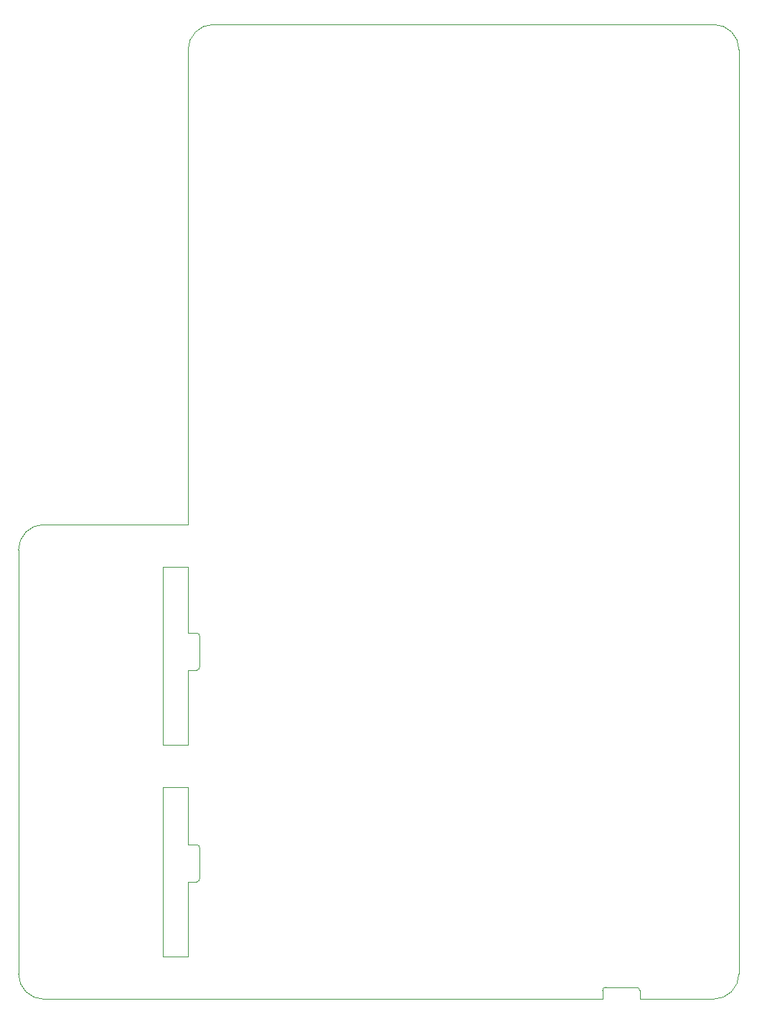
<source format=gm1>
G04 #@! TF.GenerationSoftware,KiCad,Pcbnew,(6.0.5)*
G04 #@! TF.CreationDate,2023-06-20T18:04:17+01:00*
G04 #@! TF.ProjectId,RPii-Dual-MiniDexed,52506969-2d44-4756-916c-2d4d696e6944,rev?*
G04 #@! TF.SameCoordinates,Original*
G04 #@! TF.FileFunction,Profile,NP*
%FSLAX46Y46*%
G04 Gerber Fmt 4.6, Leading zero omitted, Abs format (unit mm)*
G04 Created by KiCad (PCBNEW (6.0.5)) date 2023-06-20 18:04:17*
%MOMM*%
%LPD*%
G01*
G04 APERTURE LIST*
G04 #@! TA.AperFunction,Profile*
%ADD10C,0.100000*%
G04 #@! TD*
G04 #@! TA.AperFunction,Profile*
%ADD11C,0.120000*%
G04 #@! TD*
G04 APERTURE END LIST*
D10*
X257590000Y-150000000D02*
X262000000Y-150000000D01*
X196980000Y-125010000D02*
X196980000Y-145010000D01*
X179980000Y-147010000D02*
G75*
G03*
X182980000Y-150010000I3000000J0D01*
G01*
X199980000Y-125010000D02*
X199980000Y-127470000D01*
X196980000Y-125010000D02*
X199980000Y-125010000D01*
X200000000Y-57480000D02*
X200000000Y-94000000D01*
X199980000Y-115490000D02*
X199980000Y-120010000D01*
X262000000Y-35000000D02*
X203000000Y-35000000D01*
X200000000Y-38000000D02*
X200000000Y-57480000D01*
X182980000Y-94000017D02*
G75*
G03*
X179980000Y-97010000I10000J-3009983D01*
G01*
X265000000Y-88000000D02*
X265000000Y-72000000D01*
X196980000Y-145010000D02*
X199980000Y-145010000D01*
X203000000Y-35000000D02*
G75*
G03*
X200000000Y-38000000I0J-3000000D01*
G01*
X182980000Y-150010000D02*
X244590000Y-150000000D01*
X199980000Y-140470000D02*
X199980000Y-145010000D01*
X265000000Y-97000000D02*
X265000000Y-88000000D01*
X200000000Y-94000000D02*
X182980000Y-94000000D01*
X265000000Y-54000000D02*
X265000000Y-38000000D01*
X196980000Y-120010000D02*
X199980000Y-120010000D01*
X196980000Y-99010000D02*
X196980000Y-120010000D01*
X265000000Y-38000000D02*
G75*
G03*
X262000000Y-35000000I-3000000J0D01*
G01*
X262000000Y-150000000D02*
G75*
G03*
X265000000Y-147000000I0J3000000D01*
G01*
X265000000Y-147000000D02*
X265000000Y-97000000D01*
X199980000Y-99010000D02*
X199980000Y-102490000D01*
X179980000Y-97010000D02*
X179980000Y-147010000D01*
X196980000Y-99010000D02*
X199980000Y-99010000D01*
X265000000Y-72000000D02*
X265000000Y-54000000D01*
D11*
X200980000Y-136170000D02*
X199980000Y-136170000D01*
X199980000Y-136170000D02*
X199980000Y-140470000D01*
X200980000Y-131770000D02*
X199980000Y-131770000D01*
X199980000Y-131770000D02*
X199980000Y-127470000D01*
X201380000Y-135770000D02*
X201380000Y-132170000D01*
X201380000Y-132170000D02*
G75*
G03*
X200980000Y-131770000I-400002J-2D01*
G01*
X200980000Y-136170000D02*
G75*
G03*
X201380000Y-135770000I0J400000D01*
G01*
X200980000Y-106790000D02*
X199980000Y-106790000D01*
X200980000Y-111190000D02*
X199980000Y-111190000D01*
X199980000Y-111190000D02*
X199980000Y-115490000D01*
X199980000Y-106790000D02*
X199980000Y-102490000D01*
X201380000Y-110790000D02*
X201380000Y-107190000D01*
X201380000Y-107190000D02*
G75*
G03*
X200980000Y-106790000I-400002J-2D01*
G01*
X200980000Y-111190000D02*
G75*
G03*
X201380000Y-110790000I0J400000D01*
G01*
X253290000Y-150000000D02*
X257590000Y-150000000D01*
X252890000Y-148600000D02*
X249290000Y-148600000D01*
X248890000Y-150000000D02*
X244590000Y-150000000D01*
X248890000Y-149000000D02*
X248890000Y-150000000D01*
X253290000Y-149000000D02*
X253290000Y-150000000D01*
X253290000Y-149000000D02*
G75*
G03*
X252890000Y-148600000I-400000J0D01*
G01*
X249290000Y-148600000D02*
G75*
G03*
X248890000Y-149000000I2J-400002D01*
G01*
M02*

</source>
